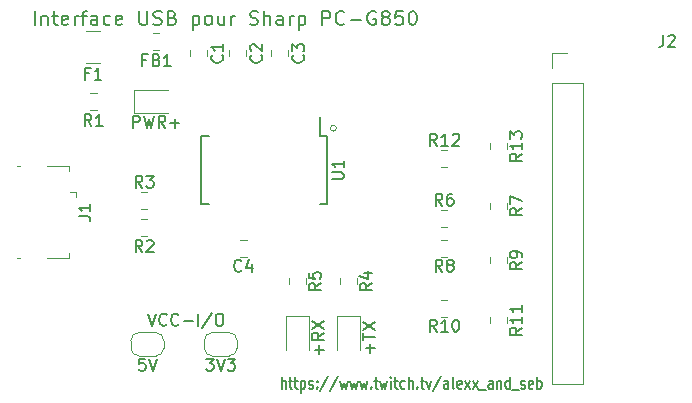
<source format=gbr>
%TF.GenerationSoftware,KiCad,Pcbnew,(5.1.6)-1*%
%TF.CreationDate,2020-05-21T20:48:38+03:00*%
%TF.ProjectId,Sharp G850-Interface,53686172-7020-4473-9835-302d496e7465,rev?*%
%TF.SameCoordinates,Original*%
%TF.FileFunction,Legend,Top*%
%TF.FilePolarity,Positive*%
%FSLAX46Y46*%
G04 Gerber Fmt 4.6, Leading zero omitted, Abs format (unit mm)*
G04 Created by KiCad (PCBNEW (5.1.6)-1) date 2020-05-21 20:48:38*
%MOMM*%
%LPD*%
G01*
G04 APERTURE LIST*
%ADD10C,0.150000*%
%ADD11C,0.200000*%
%ADD12C,0.120000*%
G04 APERTURE END LIST*
D10*
X188399523Y-120594380D02*
X188399523Y-119594380D01*
X188742380Y-120594380D02*
X188742380Y-120070571D01*
X188704285Y-119975333D01*
X188628095Y-119927714D01*
X188513809Y-119927714D01*
X188437619Y-119975333D01*
X188399523Y-120022952D01*
X189009047Y-119927714D02*
X189313809Y-119927714D01*
X189123333Y-119594380D02*
X189123333Y-120451523D01*
X189161428Y-120546761D01*
X189237619Y-120594380D01*
X189313809Y-120594380D01*
X189466190Y-119927714D02*
X189770952Y-119927714D01*
X189580476Y-119594380D02*
X189580476Y-120451523D01*
X189618571Y-120546761D01*
X189694761Y-120594380D01*
X189770952Y-120594380D01*
X190037619Y-119927714D02*
X190037619Y-120927714D01*
X190037619Y-119975333D02*
X190113809Y-119927714D01*
X190266190Y-119927714D01*
X190342380Y-119975333D01*
X190380476Y-120022952D01*
X190418571Y-120118190D01*
X190418571Y-120403904D01*
X190380476Y-120499142D01*
X190342380Y-120546761D01*
X190266190Y-120594380D01*
X190113809Y-120594380D01*
X190037619Y-120546761D01*
X190723333Y-120546761D02*
X190799523Y-120594380D01*
X190951904Y-120594380D01*
X191028095Y-120546761D01*
X191066190Y-120451523D01*
X191066190Y-120403904D01*
X191028095Y-120308666D01*
X190951904Y-120261047D01*
X190837619Y-120261047D01*
X190761428Y-120213428D01*
X190723333Y-120118190D01*
X190723333Y-120070571D01*
X190761428Y-119975333D01*
X190837619Y-119927714D01*
X190951904Y-119927714D01*
X191028095Y-119975333D01*
X191409047Y-120499142D02*
X191447142Y-120546761D01*
X191409047Y-120594380D01*
X191370952Y-120546761D01*
X191409047Y-120499142D01*
X191409047Y-120594380D01*
X191409047Y-119975333D02*
X191447142Y-120022952D01*
X191409047Y-120070571D01*
X191370952Y-120022952D01*
X191409047Y-119975333D01*
X191409047Y-120070571D01*
X192361428Y-119546761D02*
X191675714Y-120832476D01*
X193199523Y-119546761D02*
X192513809Y-120832476D01*
X193390000Y-119927714D02*
X193542380Y-120594380D01*
X193694761Y-120118190D01*
X193847142Y-120594380D01*
X193999523Y-119927714D01*
X194228095Y-119927714D02*
X194380476Y-120594380D01*
X194532857Y-120118190D01*
X194685238Y-120594380D01*
X194837619Y-119927714D01*
X195066190Y-119927714D02*
X195218571Y-120594380D01*
X195370952Y-120118190D01*
X195523333Y-120594380D01*
X195675714Y-119927714D01*
X195980476Y-120499142D02*
X196018571Y-120546761D01*
X195980476Y-120594380D01*
X195942380Y-120546761D01*
X195980476Y-120499142D01*
X195980476Y-120594380D01*
X196247142Y-119927714D02*
X196551904Y-119927714D01*
X196361428Y-119594380D02*
X196361428Y-120451523D01*
X196399523Y-120546761D01*
X196475714Y-120594380D01*
X196551904Y-120594380D01*
X196742380Y-119927714D02*
X196894761Y-120594380D01*
X197047142Y-120118190D01*
X197199523Y-120594380D01*
X197351904Y-119927714D01*
X197656666Y-120594380D02*
X197656666Y-119927714D01*
X197656666Y-119594380D02*
X197618571Y-119642000D01*
X197656666Y-119689619D01*
X197694761Y-119642000D01*
X197656666Y-119594380D01*
X197656666Y-119689619D01*
X197923333Y-119927714D02*
X198228095Y-119927714D01*
X198037619Y-119594380D02*
X198037619Y-120451523D01*
X198075714Y-120546761D01*
X198151904Y-120594380D01*
X198228095Y-120594380D01*
X198837619Y-120546761D02*
X198761428Y-120594380D01*
X198609047Y-120594380D01*
X198532857Y-120546761D01*
X198494761Y-120499142D01*
X198456666Y-120403904D01*
X198456666Y-120118190D01*
X198494761Y-120022952D01*
X198532857Y-119975333D01*
X198609047Y-119927714D01*
X198761428Y-119927714D01*
X198837619Y-119975333D01*
X199180476Y-120594380D02*
X199180476Y-119594380D01*
X199523333Y-120594380D02*
X199523333Y-120070571D01*
X199485238Y-119975333D01*
X199409047Y-119927714D01*
X199294761Y-119927714D01*
X199218571Y-119975333D01*
X199180476Y-120022952D01*
X199904285Y-120499142D02*
X199942380Y-120546761D01*
X199904285Y-120594380D01*
X199866190Y-120546761D01*
X199904285Y-120499142D01*
X199904285Y-120594380D01*
X200170952Y-119927714D02*
X200475714Y-119927714D01*
X200285238Y-119594380D02*
X200285238Y-120451523D01*
X200323333Y-120546761D01*
X200399523Y-120594380D01*
X200475714Y-120594380D01*
X200666190Y-119927714D02*
X200856666Y-120594380D01*
X201047142Y-119927714D01*
X201923333Y-119546761D02*
X201237619Y-120832476D01*
X202532857Y-120594380D02*
X202532857Y-120070571D01*
X202494761Y-119975333D01*
X202418571Y-119927714D01*
X202266190Y-119927714D01*
X202190000Y-119975333D01*
X202532857Y-120546761D02*
X202456666Y-120594380D01*
X202266190Y-120594380D01*
X202190000Y-120546761D01*
X202151904Y-120451523D01*
X202151904Y-120356285D01*
X202190000Y-120261047D01*
X202266190Y-120213428D01*
X202456666Y-120213428D01*
X202532857Y-120165809D01*
X203028095Y-120594380D02*
X202951904Y-120546761D01*
X202913809Y-120451523D01*
X202913809Y-119594380D01*
X203637619Y-120546761D02*
X203561428Y-120594380D01*
X203409047Y-120594380D01*
X203332857Y-120546761D01*
X203294761Y-120451523D01*
X203294761Y-120070571D01*
X203332857Y-119975333D01*
X203409047Y-119927714D01*
X203561428Y-119927714D01*
X203637619Y-119975333D01*
X203675714Y-120070571D01*
X203675714Y-120165809D01*
X203294761Y-120261047D01*
X203942380Y-120594380D02*
X204361428Y-119927714D01*
X203942380Y-119927714D02*
X204361428Y-120594380D01*
X204590000Y-120594380D02*
X205009047Y-119927714D01*
X204590000Y-119927714D02*
X205009047Y-120594380D01*
X205123333Y-120689619D02*
X205732857Y-120689619D01*
X206266190Y-120594380D02*
X206266190Y-120070571D01*
X206228095Y-119975333D01*
X206151904Y-119927714D01*
X205999523Y-119927714D01*
X205923333Y-119975333D01*
X206266190Y-120546761D02*
X206190000Y-120594380D01*
X205999523Y-120594380D01*
X205923333Y-120546761D01*
X205885238Y-120451523D01*
X205885238Y-120356285D01*
X205923333Y-120261047D01*
X205999523Y-120213428D01*
X206190000Y-120213428D01*
X206266190Y-120165809D01*
X206647142Y-119927714D02*
X206647142Y-120594380D01*
X206647142Y-120022952D02*
X206685238Y-119975333D01*
X206761428Y-119927714D01*
X206875714Y-119927714D01*
X206951904Y-119975333D01*
X206990000Y-120070571D01*
X206990000Y-120594380D01*
X207713809Y-120594380D02*
X207713809Y-119594380D01*
X207713809Y-120546761D02*
X207637619Y-120594380D01*
X207485238Y-120594380D01*
X207409047Y-120546761D01*
X207370952Y-120499142D01*
X207332857Y-120403904D01*
X207332857Y-120118190D01*
X207370952Y-120022952D01*
X207409047Y-119975333D01*
X207485238Y-119927714D01*
X207637619Y-119927714D01*
X207713809Y-119975333D01*
X207904285Y-120689619D02*
X208513809Y-120689619D01*
X208666190Y-120546761D02*
X208742380Y-120594380D01*
X208894761Y-120594380D01*
X208970952Y-120546761D01*
X209009047Y-120451523D01*
X209009047Y-120403904D01*
X208970952Y-120308666D01*
X208894761Y-120261047D01*
X208780476Y-120261047D01*
X208704285Y-120213428D01*
X208666190Y-120118190D01*
X208666190Y-120070571D01*
X208704285Y-119975333D01*
X208780476Y-119927714D01*
X208894761Y-119927714D01*
X208970952Y-119975333D01*
X209656666Y-120546761D02*
X209580476Y-120594380D01*
X209428095Y-120594380D01*
X209351904Y-120546761D01*
X209313809Y-120451523D01*
X209313809Y-120070571D01*
X209351904Y-119975333D01*
X209428095Y-119927714D01*
X209580476Y-119927714D01*
X209656666Y-119975333D01*
X209694761Y-120070571D01*
X209694761Y-120165809D01*
X209313809Y-120261047D01*
X210037619Y-120594380D02*
X210037619Y-119594380D01*
X210037619Y-119975333D02*
X210113809Y-119927714D01*
X210266190Y-119927714D01*
X210342380Y-119975333D01*
X210380476Y-120022952D01*
X210418571Y-120118190D01*
X210418571Y-120403904D01*
X210380476Y-120499142D01*
X210342380Y-120546761D01*
X210266190Y-120594380D01*
X210113809Y-120594380D01*
X210037619Y-120546761D01*
D11*
X167499142Y-89823857D02*
X167499142Y-88623857D01*
X168070571Y-89023857D02*
X168070571Y-89823857D01*
X168070571Y-89138142D02*
X168127714Y-89081000D01*
X168242000Y-89023857D01*
X168413428Y-89023857D01*
X168527714Y-89081000D01*
X168584857Y-89195285D01*
X168584857Y-89823857D01*
X168984857Y-89023857D02*
X169442000Y-89023857D01*
X169156285Y-88623857D02*
X169156285Y-89652428D01*
X169213428Y-89766714D01*
X169327714Y-89823857D01*
X169442000Y-89823857D01*
X170299142Y-89766714D02*
X170184857Y-89823857D01*
X169956285Y-89823857D01*
X169842000Y-89766714D01*
X169784857Y-89652428D01*
X169784857Y-89195285D01*
X169842000Y-89081000D01*
X169956285Y-89023857D01*
X170184857Y-89023857D01*
X170299142Y-89081000D01*
X170356285Y-89195285D01*
X170356285Y-89309571D01*
X169784857Y-89423857D01*
X170870571Y-89823857D02*
X170870571Y-89023857D01*
X170870571Y-89252428D02*
X170927714Y-89138142D01*
X170984857Y-89081000D01*
X171099142Y-89023857D01*
X171213428Y-89023857D01*
X171442000Y-89023857D02*
X171899142Y-89023857D01*
X171613428Y-89823857D02*
X171613428Y-88795285D01*
X171670571Y-88681000D01*
X171784857Y-88623857D01*
X171899142Y-88623857D01*
X172813428Y-89823857D02*
X172813428Y-89195285D01*
X172756285Y-89081000D01*
X172642000Y-89023857D01*
X172413428Y-89023857D01*
X172299142Y-89081000D01*
X172813428Y-89766714D02*
X172699142Y-89823857D01*
X172413428Y-89823857D01*
X172299142Y-89766714D01*
X172242000Y-89652428D01*
X172242000Y-89538142D01*
X172299142Y-89423857D01*
X172413428Y-89366714D01*
X172699142Y-89366714D01*
X172813428Y-89309571D01*
X173899142Y-89766714D02*
X173784857Y-89823857D01*
X173556285Y-89823857D01*
X173442000Y-89766714D01*
X173384857Y-89709571D01*
X173327714Y-89595285D01*
X173327714Y-89252428D01*
X173384857Y-89138142D01*
X173442000Y-89081000D01*
X173556285Y-89023857D01*
X173784857Y-89023857D01*
X173899142Y-89081000D01*
X174870571Y-89766714D02*
X174756285Y-89823857D01*
X174527714Y-89823857D01*
X174413428Y-89766714D01*
X174356285Y-89652428D01*
X174356285Y-89195285D01*
X174413428Y-89081000D01*
X174527714Y-89023857D01*
X174756285Y-89023857D01*
X174870571Y-89081000D01*
X174927714Y-89195285D01*
X174927714Y-89309571D01*
X174356285Y-89423857D01*
X176356285Y-88623857D02*
X176356285Y-89595285D01*
X176413428Y-89709571D01*
X176470571Y-89766714D01*
X176584857Y-89823857D01*
X176813428Y-89823857D01*
X176927714Y-89766714D01*
X176984857Y-89709571D01*
X177042000Y-89595285D01*
X177042000Y-88623857D01*
X177556285Y-89766714D02*
X177727714Y-89823857D01*
X178013428Y-89823857D01*
X178127714Y-89766714D01*
X178184857Y-89709571D01*
X178242000Y-89595285D01*
X178242000Y-89481000D01*
X178184857Y-89366714D01*
X178127714Y-89309571D01*
X178013428Y-89252428D01*
X177784857Y-89195285D01*
X177670571Y-89138142D01*
X177613428Y-89081000D01*
X177556285Y-88966714D01*
X177556285Y-88852428D01*
X177613428Y-88738142D01*
X177670571Y-88681000D01*
X177784857Y-88623857D01*
X178070571Y-88623857D01*
X178242000Y-88681000D01*
X179156285Y-89195285D02*
X179327714Y-89252428D01*
X179384857Y-89309571D01*
X179442000Y-89423857D01*
X179442000Y-89595285D01*
X179384857Y-89709571D01*
X179327714Y-89766714D01*
X179213428Y-89823857D01*
X178756285Y-89823857D01*
X178756285Y-88623857D01*
X179156285Y-88623857D01*
X179270571Y-88681000D01*
X179327714Y-88738142D01*
X179384857Y-88852428D01*
X179384857Y-88966714D01*
X179327714Y-89081000D01*
X179270571Y-89138142D01*
X179156285Y-89195285D01*
X178756285Y-89195285D01*
X180870571Y-89023857D02*
X180870571Y-90223857D01*
X180870571Y-89081000D02*
X180984857Y-89023857D01*
X181213428Y-89023857D01*
X181327714Y-89081000D01*
X181384857Y-89138142D01*
X181442000Y-89252428D01*
X181442000Y-89595285D01*
X181384857Y-89709571D01*
X181327714Y-89766714D01*
X181213428Y-89823857D01*
X180984857Y-89823857D01*
X180870571Y-89766714D01*
X182127714Y-89823857D02*
X182013428Y-89766714D01*
X181956285Y-89709571D01*
X181899142Y-89595285D01*
X181899142Y-89252428D01*
X181956285Y-89138142D01*
X182013428Y-89081000D01*
X182127714Y-89023857D01*
X182299142Y-89023857D01*
X182413428Y-89081000D01*
X182470571Y-89138142D01*
X182527714Y-89252428D01*
X182527714Y-89595285D01*
X182470571Y-89709571D01*
X182413428Y-89766714D01*
X182299142Y-89823857D01*
X182127714Y-89823857D01*
X183556285Y-89023857D02*
X183556285Y-89823857D01*
X183042000Y-89023857D02*
X183042000Y-89652428D01*
X183099142Y-89766714D01*
X183213428Y-89823857D01*
X183384857Y-89823857D01*
X183499142Y-89766714D01*
X183556285Y-89709571D01*
X184127714Y-89823857D02*
X184127714Y-89023857D01*
X184127714Y-89252428D02*
X184184857Y-89138142D01*
X184242000Y-89081000D01*
X184356285Y-89023857D01*
X184470571Y-89023857D01*
X185727714Y-89766714D02*
X185899142Y-89823857D01*
X186184857Y-89823857D01*
X186299142Y-89766714D01*
X186356285Y-89709571D01*
X186413428Y-89595285D01*
X186413428Y-89481000D01*
X186356285Y-89366714D01*
X186299142Y-89309571D01*
X186184857Y-89252428D01*
X185956285Y-89195285D01*
X185842000Y-89138142D01*
X185784857Y-89081000D01*
X185727714Y-88966714D01*
X185727714Y-88852428D01*
X185784857Y-88738142D01*
X185842000Y-88681000D01*
X185956285Y-88623857D01*
X186242000Y-88623857D01*
X186413428Y-88681000D01*
X186927714Y-89823857D02*
X186927714Y-88623857D01*
X187442000Y-89823857D02*
X187442000Y-89195285D01*
X187384857Y-89081000D01*
X187270571Y-89023857D01*
X187099142Y-89023857D01*
X186984857Y-89081000D01*
X186927714Y-89138142D01*
X188527714Y-89823857D02*
X188527714Y-89195285D01*
X188470571Y-89081000D01*
X188356285Y-89023857D01*
X188127714Y-89023857D01*
X188013428Y-89081000D01*
X188527714Y-89766714D02*
X188413428Y-89823857D01*
X188127714Y-89823857D01*
X188013428Y-89766714D01*
X187956285Y-89652428D01*
X187956285Y-89538142D01*
X188013428Y-89423857D01*
X188127714Y-89366714D01*
X188413428Y-89366714D01*
X188527714Y-89309571D01*
X189099142Y-89823857D02*
X189099142Y-89023857D01*
X189099142Y-89252428D02*
X189156285Y-89138142D01*
X189213428Y-89081000D01*
X189327714Y-89023857D01*
X189442000Y-89023857D01*
X189842000Y-89023857D02*
X189842000Y-90223857D01*
X189842000Y-89081000D02*
X189956285Y-89023857D01*
X190184857Y-89023857D01*
X190299142Y-89081000D01*
X190356285Y-89138142D01*
X190413428Y-89252428D01*
X190413428Y-89595285D01*
X190356285Y-89709571D01*
X190299142Y-89766714D01*
X190184857Y-89823857D01*
X189956285Y-89823857D01*
X189842000Y-89766714D01*
X191842000Y-89823857D02*
X191842000Y-88623857D01*
X192299142Y-88623857D01*
X192413428Y-88681000D01*
X192470571Y-88738142D01*
X192527714Y-88852428D01*
X192527714Y-89023857D01*
X192470571Y-89138142D01*
X192413428Y-89195285D01*
X192299142Y-89252428D01*
X191842000Y-89252428D01*
X193727714Y-89709571D02*
X193670571Y-89766714D01*
X193499142Y-89823857D01*
X193384857Y-89823857D01*
X193213428Y-89766714D01*
X193099142Y-89652428D01*
X193042000Y-89538142D01*
X192984857Y-89309571D01*
X192984857Y-89138142D01*
X193042000Y-88909571D01*
X193099142Y-88795285D01*
X193213428Y-88681000D01*
X193384857Y-88623857D01*
X193499142Y-88623857D01*
X193670571Y-88681000D01*
X193727714Y-88738142D01*
X194242000Y-89366714D02*
X195156285Y-89366714D01*
X196356285Y-88681000D02*
X196242000Y-88623857D01*
X196070571Y-88623857D01*
X195899142Y-88681000D01*
X195784857Y-88795285D01*
X195727714Y-88909571D01*
X195670571Y-89138142D01*
X195670571Y-89309571D01*
X195727714Y-89538142D01*
X195784857Y-89652428D01*
X195899142Y-89766714D01*
X196070571Y-89823857D01*
X196184857Y-89823857D01*
X196356285Y-89766714D01*
X196413428Y-89709571D01*
X196413428Y-89309571D01*
X196184857Y-89309571D01*
X197099142Y-89138142D02*
X196984857Y-89081000D01*
X196927714Y-89023857D01*
X196870571Y-88909571D01*
X196870571Y-88852428D01*
X196927714Y-88738142D01*
X196984857Y-88681000D01*
X197099142Y-88623857D01*
X197327714Y-88623857D01*
X197442000Y-88681000D01*
X197499142Y-88738142D01*
X197556285Y-88852428D01*
X197556285Y-88909571D01*
X197499142Y-89023857D01*
X197442000Y-89081000D01*
X197327714Y-89138142D01*
X197099142Y-89138142D01*
X196984857Y-89195285D01*
X196927714Y-89252428D01*
X196870571Y-89366714D01*
X196870571Y-89595285D01*
X196927714Y-89709571D01*
X196984857Y-89766714D01*
X197099142Y-89823857D01*
X197327714Y-89823857D01*
X197442000Y-89766714D01*
X197499142Y-89709571D01*
X197556285Y-89595285D01*
X197556285Y-89366714D01*
X197499142Y-89252428D01*
X197442000Y-89195285D01*
X197327714Y-89138142D01*
X198642000Y-88623857D02*
X198070571Y-88623857D01*
X198013428Y-89195285D01*
X198070571Y-89138142D01*
X198184857Y-89081000D01*
X198470571Y-89081000D01*
X198584857Y-89138142D01*
X198642000Y-89195285D01*
X198699142Y-89309571D01*
X198699142Y-89595285D01*
X198642000Y-89709571D01*
X198584857Y-89766714D01*
X198470571Y-89823857D01*
X198184857Y-89823857D01*
X198070571Y-89766714D01*
X198013428Y-89709571D01*
X199442000Y-88623857D02*
X199556285Y-88623857D01*
X199670571Y-88681000D01*
X199727714Y-88738142D01*
X199784857Y-88852428D01*
X199842000Y-89081000D01*
X199842000Y-89366714D01*
X199784857Y-89595285D01*
X199727714Y-89709571D01*
X199670571Y-89766714D01*
X199556285Y-89823857D01*
X199442000Y-89823857D01*
X199327714Y-89766714D01*
X199270571Y-89709571D01*
X199213428Y-89595285D01*
X199156285Y-89366714D01*
X199156285Y-89081000D01*
X199213428Y-88852428D01*
X199270571Y-88738142D01*
X199327714Y-88681000D01*
X199442000Y-88623857D01*
D10*
X182022904Y-118070380D02*
X182641952Y-118070380D01*
X182308619Y-118451333D01*
X182451476Y-118451333D01*
X182546714Y-118498952D01*
X182594333Y-118546571D01*
X182641952Y-118641809D01*
X182641952Y-118879904D01*
X182594333Y-118975142D01*
X182546714Y-119022761D01*
X182451476Y-119070380D01*
X182165761Y-119070380D01*
X182070523Y-119022761D01*
X182022904Y-118975142D01*
X182927666Y-118070380D02*
X183261000Y-119070380D01*
X183594333Y-118070380D01*
X183832428Y-118070380D02*
X184451476Y-118070380D01*
X184118142Y-118451333D01*
X184261000Y-118451333D01*
X184356238Y-118498952D01*
X184403857Y-118546571D01*
X184451476Y-118641809D01*
X184451476Y-118879904D01*
X184403857Y-118975142D01*
X184356238Y-119022761D01*
X184261000Y-119070380D01*
X183975285Y-119070380D01*
X183880047Y-119022761D01*
X183832428Y-118975142D01*
X176847523Y-118070380D02*
X176371333Y-118070380D01*
X176323714Y-118546571D01*
X176371333Y-118498952D01*
X176466571Y-118451333D01*
X176704666Y-118451333D01*
X176799904Y-118498952D01*
X176847523Y-118546571D01*
X176895142Y-118641809D01*
X176895142Y-118879904D01*
X176847523Y-118975142D01*
X176799904Y-119022761D01*
X176704666Y-119070380D01*
X176466571Y-119070380D01*
X176371333Y-119022761D01*
X176323714Y-118975142D01*
X177180857Y-118070380D02*
X177514190Y-119070380D01*
X177847523Y-118070380D01*
D11*
X177101904Y-114260380D02*
X177435238Y-115260380D01*
X177768571Y-114260380D01*
X178673333Y-115165142D02*
X178625714Y-115212761D01*
X178482857Y-115260380D01*
X178387619Y-115260380D01*
X178244761Y-115212761D01*
X178149523Y-115117523D01*
X178101904Y-115022285D01*
X178054285Y-114831809D01*
X178054285Y-114688952D01*
X178101904Y-114498476D01*
X178149523Y-114403238D01*
X178244761Y-114308000D01*
X178387619Y-114260380D01*
X178482857Y-114260380D01*
X178625714Y-114308000D01*
X178673333Y-114355619D01*
X179673333Y-115165142D02*
X179625714Y-115212761D01*
X179482857Y-115260380D01*
X179387619Y-115260380D01*
X179244761Y-115212761D01*
X179149523Y-115117523D01*
X179101904Y-115022285D01*
X179054285Y-114831809D01*
X179054285Y-114688952D01*
X179101904Y-114498476D01*
X179149523Y-114403238D01*
X179244761Y-114308000D01*
X179387619Y-114260380D01*
X179482857Y-114260380D01*
X179625714Y-114308000D01*
X179673333Y-114355619D01*
X180101904Y-114879428D02*
X180863809Y-114879428D01*
X181340000Y-115260380D02*
X181340000Y-114260380D01*
X182530476Y-114212761D02*
X181673333Y-115498476D01*
X183054285Y-114260380D02*
X183244761Y-114260380D01*
X183340000Y-114308000D01*
X183435238Y-114403238D01*
X183482857Y-114593714D01*
X183482857Y-114927047D01*
X183435238Y-115117523D01*
X183340000Y-115212761D01*
X183244761Y-115260380D01*
X183054285Y-115260380D01*
X182959047Y-115212761D01*
X182863809Y-115117523D01*
X182816190Y-114927047D01*
X182816190Y-114593714D01*
X182863809Y-114403238D01*
X182959047Y-114308000D01*
X183054285Y-114260380D01*
D10*
X195905428Y-117570095D02*
X195905428Y-116808190D01*
X196286380Y-117189142D02*
X195524476Y-117189142D01*
X195286380Y-116474857D02*
X195286380Y-115903428D01*
X196286380Y-116189142D02*
X195286380Y-116189142D01*
X195286380Y-115665333D02*
X196286380Y-114998666D01*
X195286380Y-114998666D02*
X196286380Y-115665333D01*
X191587428Y-117689142D02*
X191587428Y-116927238D01*
X191968380Y-117308190D02*
X191206476Y-117308190D01*
X191968380Y-115879619D02*
X191492190Y-116212952D01*
X191968380Y-116451047D02*
X190968380Y-116451047D01*
X190968380Y-116070095D01*
X191016000Y-115974857D01*
X191063619Y-115927238D01*
X191158857Y-115879619D01*
X191301714Y-115879619D01*
X191396952Y-115927238D01*
X191444571Y-115974857D01*
X191492190Y-116070095D01*
X191492190Y-116451047D01*
X190968380Y-115546285D02*
X191968380Y-114879619D01*
X190968380Y-114879619D02*
X191968380Y-115546285D01*
X175847619Y-98496380D02*
X175847619Y-97496380D01*
X176228571Y-97496380D01*
X176323809Y-97544000D01*
X176371428Y-97591619D01*
X176419047Y-97686857D01*
X176419047Y-97829714D01*
X176371428Y-97924952D01*
X176323809Y-97972571D01*
X176228571Y-98020190D01*
X175847619Y-98020190D01*
X176752380Y-97496380D02*
X176990476Y-98496380D01*
X177180952Y-97782095D01*
X177371428Y-98496380D01*
X177609523Y-97496380D01*
X178561904Y-98496380D02*
X178228571Y-98020190D01*
X177990476Y-98496380D02*
X177990476Y-97496380D01*
X178371428Y-97496380D01*
X178466666Y-97544000D01*
X178514285Y-97591619D01*
X178561904Y-97686857D01*
X178561904Y-97829714D01*
X178514285Y-97924952D01*
X178466666Y-97972571D01*
X178371428Y-98020190D01*
X177990476Y-98020190D01*
X178990476Y-98115428D02*
X179752380Y-98115428D01*
X179371428Y-98496380D02*
X179371428Y-97734476D01*
D12*
X193040000Y-98552000D02*
G75*
G03*
X193040000Y-98552000I-254000J0D01*
G01*
D10*
%TO.C,U1*%
X191694000Y-99233000D02*
X191694000Y-97633000D01*
X181619000Y-99233000D02*
X181619000Y-104983000D01*
X192269000Y-99233000D02*
X192269000Y-104983000D01*
X181619000Y-99233000D02*
X182269000Y-99233000D01*
X181619000Y-104983000D02*
X182269000Y-104983000D01*
X192269000Y-104983000D02*
X191619000Y-104983000D01*
X192269000Y-99233000D02*
X191694000Y-99233000D01*
D12*
%TO.C,R13*%
X207466000Y-100328252D02*
X207466000Y-99805748D01*
X206046000Y-100328252D02*
X206046000Y-99805748D01*
%TO.C,R12*%
X202436252Y-100382000D02*
X201913748Y-100382000D01*
X202436252Y-101802000D02*
X201913748Y-101802000D01*
%TO.C,R11*%
X206046000Y-114555748D02*
X206046000Y-115078252D01*
X207466000Y-114555748D02*
X207466000Y-115078252D01*
%TO.C,R10*%
X202436252Y-113082000D02*
X201913748Y-113082000D01*
X202436252Y-114502000D02*
X201913748Y-114502000D01*
%TO.C,R9*%
X206046000Y-109475748D02*
X206046000Y-109998252D01*
X207466000Y-109475748D02*
X207466000Y-109998252D01*
%TO.C,R8*%
X202436252Y-108002000D02*
X201913748Y-108002000D01*
X202436252Y-109422000D02*
X201913748Y-109422000D01*
%TO.C,R7*%
X207466000Y-105408252D02*
X207466000Y-104885748D01*
X206046000Y-105408252D02*
X206046000Y-104885748D01*
%TO.C,R6*%
X202436252Y-105462000D02*
X201913748Y-105462000D01*
X202436252Y-106882000D02*
X201913748Y-106882000D01*
%TO.C,R5*%
X190448000Y-111776252D02*
X190448000Y-111253748D01*
X189028000Y-111776252D02*
X189028000Y-111253748D01*
%TO.C,R4*%
X194766000Y-111767252D02*
X194766000Y-111244748D01*
X193346000Y-111767252D02*
X193346000Y-111244748D01*
%TO.C,R3*%
X177045252Y-103938000D02*
X176522748Y-103938000D01*
X177045252Y-105358000D02*
X176522748Y-105358000D01*
%TO.C,R2*%
X177036252Y-106224000D02*
X176513748Y-106224000D01*
X177036252Y-107644000D02*
X176513748Y-107644000D01*
%TO.C,R1*%
X172736252Y-95556000D02*
X172213748Y-95556000D01*
X172736252Y-96976000D02*
X172213748Y-96976000D01*
%TO.C,JP2*%
X177738000Y-117840000D02*
X176338000Y-117840000D01*
X175638000Y-117140000D02*
X175638000Y-116540000D01*
X176338000Y-115840000D02*
X177738000Y-115840000D01*
X178438000Y-116540000D02*
X178438000Y-117140000D01*
X178438000Y-117140000D02*
G75*
G02*
X177738000Y-117840000I-700000J0D01*
G01*
X177738000Y-115840000D02*
G75*
G02*
X178438000Y-116540000I0J-700000D01*
G01*
X175638000Y-116540000D02*
G75*
G02*
X176338000Y-115840000I700000J0D01*
G01*
X176338000Y-117840000D02*
G75*
G02*
X175638000Y-117140000I0J700000D01*
G01*
%TO.C,JP1*%
X183946000Y-117840000D02*
X182546000Y-117840000D01*
X181846000Y-117140000D02*
X181846000Y-116540000D01*
X182546000Y-115840000D02*
X183946000Y-115840000D01*
X184646000Y-116540000D02*
X184646000Y-117140000D01*
X184646000Y-117140000D02*
G75*
G02*
X183946000Y-117840000I-700000J0D01*
G01*
X183946000Y-115840000D02*
G75*
G02*
X184646000Y-116540000I0J-700000D01*
G01*
X181846000Y-116540000D02*
G75*
G02*
X182546000Y-115840000I700000J0D01*
G01*
X182546000Y-117840000D02*
G75*
G02*
X181846000Y-117140000I0J700000D01*
G01*
%TO.C,J3*%
X211268000Y-92142000D02*
X212598000Y-92142000D01*
X211268000Y-93472000D02*
X211268000Y-92142000D01*
X211268000Y-94742000D02*
X213928000Y-94742000D01*
X213928000Y-94742000D02*
X213928000Y-120202000D01*
X211268000Y-94742000D02*
X211268000Y-120202000D01*
X211268000Y-120202000D02*
X213928000Y-120202000D01*
%TO.C,J1*%
X170968500Y-103964000D02*
X170518500Y-103964000D01*
X170968500Y-103964000D02*
X170968500Y-104414000D01*
X170418500Y-109564000D02*
X170418500Y-109114000D01*
X168568500Y-109564000D02*
X170418500Y-109564000D01*
X166018500Y-101764000D02*
X166268500Y-101764000D01*
X166018500Y-109564000D02*
X166268500Y-109564000D01*
X168568500Y-101764000D02*
X170418500Y-101764000D01*
X170418500Y-101764000D02*
X170418500Y-102214000D01*
%TO.C,FB1*%
X178052252Y-90476000D02*
X177529748Y-90476000D01*
X178052252Y-91896000D02*
X177529748Y-91896000D01*
%TO.C,F1*%
X173031564Y-90334000D02*
X171827436Y-90334000D01*
X173031564Y-93054000D02*
X171827436Y-93054000D01*
%TO.C,D3*%
X188778000Y-114463000D02*
X188778000Y-117323000D01*
X190698000Y-114463000D02*
X188778000Y-114463000D01*
X190698000Y-117323000D02*
X190698000Y-114463000D01*
%TO.C,D2*%
X193096000Y-114481000D02*
X193096000Y-117341000D01*
X195016000Y-114481000D02*
X193096000Y-114481000D01*
X195016000Y-117341000D02*
X195016000Y-114481000D01*
%TO.C,D1*%
X175949000Y-97226000D02*
X178809000Y-97226000D01*
X175949000Y-95306000D02*
X175949000Y-97226000D01*
X178809000Y-95306000D02*
X175949000Y-95306000D01*
%TO.C,C4*%
X184913748Y-109422000D02*
X185436252Y-109422000D01*
X184913748Y-108002000D02*
X185436252Y-108002000D01*
%TO.C,C3*%
X187504000Y-91940748D02*
X187504000Y-92463252D01*
X188924000Y-91940748D02*
X188924000Y-92463252D01*
%TO.C,C2*%
X183948000Y-91940748D02*
X183948000Y-92463252D01*
X185368000Y-91940748D02*
X185368000Y-92463252D01*
%TO.C,C1*%
X180646000Y-91940748D02*
X180646000Y-92463252D01*
X182066000Y-91940748D02*
X182066000Y-92463252D01*
%TO.C,J2*%
D10*
X220713666Y-90654380D02*
X220713666Y-91368666D01*
X220666047Y-91511523D01*
X220570809Y-91606761D01*
X220427952Y-91654380D01*
X220332714Y-91654380D01*
X221142238Y-90749619D02*
X221189857Y-90702000D01*
X221285095Y-90654380D01*
X221523190Y-90654380D01*
X221618428Y-90702000D01*
X221666047Y-90749619D01*
X221713666Y-90844857D01*
X221713666Y-90940095D01*
X221666047Y-91082952D01*
X221094619Y-91654380D01*
X221713666Y-91654380D01*
%TO.C,U1*%
X192646380Y-102869904D02*
X193455904Y-102869904D01*
X193551142Y-102822285D01*
X193598761Y-102774666D01*
X193646380Y-102679428D01*
X193646380Y-102488952D01*
X193598761Y-102393714D01*
X193551142Y-102346095D01*
X193455904Y-102298476D01*
X192646380Y-102298476D01*
X193646380Y-101298476D02*
X193646380Y-101869904D01*
X193646380Y-101584190D02*
X192646380Y-101584190D01*
X192789238Y-101679428D01*
X192884476Y-101774666D01*
X192932095Y-101869904D01*
%TO.C,R13*%
X208732380Y-100718857D02*
X208256190Y-101052190D01*
X208732380Y-101290285D02*
X207732380Y-101290285D01*
X207732380Y-100909333D01*
X207780000Y-100814095D01*
X207827619Y-100766476D01*
X207922857Y-100718857D01*
X208065714Y-100718857D01*
X208160952Y-100766476D01*
X208208571Y-100814095D01*
X208256190Y-100909333D01*
X208256190Y-101290285D01*
X208732380Y-99766476D02*
X208732380Y-100337904D01*
X208732380Y-100052190D02*
X207732380Y-100052190D01*
X207875238Y-100147428D01*
X207970476Y-100242666D01*
X208018095Y-100337904D01*
X207732380Y-99433142D02*
X207732380Y-98814095D01*
X208113333Y-99147428D01*
X208113333Y-99004571D01*
X208160952Y-98909333D01*
X208208571Y-98861714D01*
X208303809Y-98814095D01*
X208541904Y-98814095D01*
X208637142Y-98861714D01*
X208684761Y-98909333D01*
X208732380Y-99004571D01*
X208732380Y-99290285D01*
X208684761Y-99385523D01*
X208637142Y-99433142D01*
%TO.C,R12*%
X201541142Y-100020380D02*
X201207809Y-99544190D01*
X200969714Y-100020380D02*
X200969714Y-99020380D01*
X201350666Y-99020380D01*
X201445904Y-99068000D01*
X201493523Y-99115619D01*
X201541142Y-99210857D01*
X201541142Y-99353714D01*
X201493523Y-99448952D01*
X201445904Y-99496571D01*
X201350666Y-99544190D01*
X200969714Y-99544190D01*
X202493523Y-100020380D02*
X201922095Y-100020380D01*
X202207809Y-100020380D02*
X202207809Y-99020380D01*
X202112571Y-99163238D01*
X202017333Y-99258476D01*
X201922095Y-99306095D01*
X202874476Y-99115619D02*
X202922095Y-99068000D01*
X203017333Y-99020380D01*
X203255428Y-99020380D01*
X203350666Y-99068000D01*
X203398285Y-99115619D01*
X203445904Y-99210857D01*
X203445904Y-99306095D01*
X203398285Y-99448952D01*
X202826857Y-100020380D01*
X203445904Y-100020380D01*
%TO.C,R11*%
X208732380Y-115450857D02*
X208256190Y-115784190D01*
X208732380Y-116022285D02*
X207732380Y-116022285D01*
X207732380Y-115641333D01*
X207780000Y-115546095D01*
X207827619Y-115498476D01*
X207922857Y-115450857D01*
X208065714Y-115450857D01*
X208160952Y-115498476D01*
X208208571Y-115546095D01*
X208256190Y-115641333D01*
X208256190Y-116022285D01*
X208732380Y-114498476D02*
X208732380Y-115069904D01*
X208732380Y-114784190D02*
X207732380Y-114784190D01*
X207875238Y-114879428D01*
X207970476Y-114974666D01*
X208018095Y-115069904D01*
X208732380Y-113546095D02*
X208732380Y-114117523D01*
X208732380Y-113831809D02*
X207732380Y-113831809D01*
X207875238Y-113927047D01*
X207970476Y-114022285D01*
X208018095Y-114117523D01*
%TO.C,R10*%
X201532142Y-115768380D02*
X201198809Y-115292190D01*
X200960714Y-115768380D02*
X200960714Y-114768380D01*
X201341666Y-114768380D01*
X201436904Y-114816000D01*
X201484523Y-114863619D01*
X201532142Y-114958857D01*
X201532142Y-115101714D01*
X201484523Y-115196952D01*
X201436904Y-115244571D01*
X201341666Y-115292190D01*
X200960714Y-115292190D01*
X202484523Y-115768380D02*
X201913095Y-115768380D01*
X202198809Y-115768380D02*
X202198809Y-114768380D01*
X202103571Y-114911238D01*
X202008333Y-115006476D01*
X201913095Y-115054095D01*
X203103571Y-114768380D02*
X203198809Y-114768380D01*
X203294047Y-114816000D01*
X203341666Y-114863619D01*
X203389285Y-114958857D01*
X203436904Y-115149333D01*
X203436904Y-115387428D01*
X203389285Y-115577904D01*
X203341666Y-115673142D01*
X203294047Y-115720761D01*
X203198809Y-115768380D01*
X203103571Y-115768380D01*
X203008333Y-115720761D01*
X202960714Y-115673142D01*
X202913095Y-115577904D01*
X202865476Y-115387428D01*
X202865476Y-115149333D01*
X202913095Y-114958857D01*
X202960714Y-114863619D01*
X203008333Y-114816000D01*
X203103571Y-114768380D01*
%TO.C,R9*%
X208732380Y-109894666D02*
X208256190Y-110228000D01*
X208732380Y-110466095D02*
X207732380Y-110466095D01*
X207732380Y-110085142D01*
X207780000Y-109989904D01*
X207827619Y-109942285D01*
X207922857Y-109894666D01*
X208065714Y-109894666D01*
X208160952Y-109942285D01*
X208208571Y-109989904D01*
X208256190Y-110085142D01*
X208256190Y-110466095D01*
X208732380Y-109418476D02*
X208732380Y-109228000D01*
X208684761Y-109132761D01*
X208637142Y-109085142D01*
X208494285Y-108989904D01*
X208303809Y-108942285D01*
X207922857Y-108942285D01*
X207827619Y-108989904D01*
X207780000Y-109037523D01*
X207732380Y-109132761D01*
X207732380Y-109323238D01*
X207780000Y-109418476D01*
X207827619Y-109466095D01*
X207922857Y-109513714D01*
X208160952Y-109513714D01*
X208256190Y-109466095D01*
X208303809Y-109418476D01*
X208351428Y-109323238D01*
X208351428Y-109132761D01*
X208303809Y-109037523D01*
X208256190Y-108989904D01*
X208160952Y-108942285D01*
%TO.C,R8*%
X202008333Y-110688380D02*
X201675000Y-110212190D01*
X201436904Y-110688380D02*
X201436904Y-109688380D01*
X201817857Y-109688380D01*
X201913095Y-109736000D01*
X201960714Y-109783619D01*
X202008333Y-109878857D01*
X202008333Y-110021714D01*
X201960714Y-110116952D01*
X201913095Y-110164571D01*
X201817857Y-110212190D01*
X201436904Y-110212190D01*
X202579761Y-110116952D02*
X202484523Y-110069333D01*
X202436904Y-110021714D01*
X202389285Y-109926476D01*
X202389285Y-109878857D01*
X202436904Y-109783619D01*
X202484523Y-109736000D01*
X202579761Y-109688380D01*
X202770238Y-109688380D01*
X202865476Y-109736000D01*
X202913095Y-109783619D01*
X202960714Y-109878857D01*
X202960714Y-109926476D01*
X202913095Y-110021714D01*
X202865476Y-110069333D01*
X202770238Y-110116952D01*
X202579761Y-110116952D01*
X202484523Y-110164571D01*
X202436904Y-110212190D01*
X202389285Y-110307428D01*
X202389285Y-110497904D01*
X202436904Y-110593142D01*
X202484523Y-110640761D01*
X202579761Y-110688380D01*
X202770238Y-110688380D01*
X202865476Y-110640761D01*
X202913095Y-110593142D01*
X202960714Y-110497904D01*
X202960714Y-110307428D01*
X202913095Y-110212190D01*
X202865476Y-110164571D01*
X202770238Y-110116952D01*
%TO.C,R7*%
X208732380Y-105322666D02*
X208256190Y-105656000D01*
X208732380Y-105894095D02*
X207732380Y-105894095D01*
X207732380Y-105513142D01*
X207780000Y-105417904D01*
X207827619Y-105370285D01*
X207922857Y-105322666D01*
X208065714Y-105322666D01*
X208160952Y-105370285D01*
X208208571Y-105417904D01*
X208256190Y-105513142D01*
X208256190Y-105894095D01*
X207732380Y-104989333D02*
X207732380Y-104322666D01*
X208732380Y-104751238D01*
%TO.C,R6*%
X202008333Y-105100380D02*
X201675000Y-104624190D01*
X201436904Y-105100380D02*
X201436904Y-104100380D01*
X201817857Y-104100380D01*
X201913095Y-104148000D01*
X201960714Y-104195619D01*
X202008333Y-104290857D01*
X202008333Y-104433714D01*
X201960714Y-104528952D01*
X201913095Y-104576571D01*
X201817857Y-104624190D01*
X201436904Y-104624190D01*
X202865476Y-104100380D02*
X202675000Y-104100380D01*
X202579761Y-104148000D01*
X202532142Y-104195619D01*
X202436904Y-104338476D01*
X202389285Y-104528952D01*
X202389285Y-104909904D01*
X202436904Y-105005142D01*
X202484523Y-105052761D01*
X202579761Y-105100380D01*
X202770238Y-105100380D01*
X202865476Y-105052761D01*
X202913095Y-105005142D01*
X202960714Y-104909904D01*
X202960714Y-104671809D01*
X202913095Y-104576571D01*
X202865476Y-104528952D01*
X202770238Y-104481333D01*
X202579761Y-104481333D01*
X202484523Y-104528952D01*
X202436904Y-104576571D01*
X202389285Y-104671809D01*
%TO.C,R5*%
X191714380Y-111681666D02*
X191238190Y-112015000D01*
X191714380Y-112253095D02*
X190714380Y-112253095D01*
X190714380Y-111872142D01*
X190762000Y-111776904D01*
X190809619Y-111729285D01*
X190904857Y-111681666D01*
X191047714Y-111681666D01*
X191142952Y-111729285D01*
X191190571Y-111776904D01*
X191238190Y-111872142D01*
X191238190Y-112253095D01*
X190714380Y-110776904D02*
X190714380Y-111253095D01*
X191190571Y-111300714D01*
X191142952Y-111253095D01*
X191095333Y-111157857D01*
X191095333Y-110919761D01*
X191142952Y-110824523D01*
X191190571Y-110776904D01*
X191285809Y-110729285D01*
X191523904Y-110729285D01*
X191619142Y-110776904D01*
X191666761Y-110824523D01*
X191714380Y-110919761D01*
X191714380Y-111157857D01*
X191666761Y-111253095D01*
X191619142Y-111300714D01*
%TO.C,R4*%
X196032380Y-111672666D02*
X195556190Y-112006000D01*
X196032380Y-112244095D02*
X195032380Y-112244095D01*
X195032380Y-111863142D01*
X195080000Y-111767904D01*
X195127619Y-111720285D01*
X195222857Y-111672666D01*
X195365714Y-111672666D01*
X195460952Y-111720285D01*
X195508571Y-111767904D01*
X195556190Y-111863142D01*
X195556190Y-112244095D01*
X195365714Y-110815523D02*
X196032380Y-110815523D01*
X194984761Y-111053619D02*
X195699047Y-111291714D01*
X195699047Y-110672666D01*
%TO.C,R3*%
X176617333Y-103576380D02*
X176284000Y-103100190D01*
X176045904Y-103576380D02*
X176045904Y-102576380D01*
X176426857Y-102576380D01*
X176522095Y-102624000D01*
X176569714Y-102671619D01*
X176617333Y-102766857D01*
X176617333Y-102909714D01*
X176569714Y-103004952D01*
X176522095Y-103052571D01*
X176426857Y-103100190D01*
X176045904Y-103100190D01*
X176950666Y-102576380D02*
X177569714Y-102576380D01*
X177236380Y-102957333D01*
X177379238Y-102957333D01*
X177474476Y-103004952D01*
X177522095Y-103052571D01*
X177569714Y-103147809D01*
X177569714Y-103385904D01*
X177522095Y-103481142D01*
X177474476Y-103528761D01*
X177379238Y-103576380D01*
X177093523Y-103576380D01*
X176998285Y-103528761D01*
X176950666Y-103481142D01*
%TO.C,R2*%
X176608333Y-109036380D02*
X176275000Y-108560190D01*
X176036904Y-109036380D02*
X176036904Y-108036380D01*
X176417857Y-108036380D01*
X176513095Y-108084000D01*
X176560714Y-108131619D01*
X176608333Y-108226857D01*
X176608333Y-108369714D01*
X176560714Y-108464952D01*
X176513095Y-108512571D01*
X176417857Y-108560190D01*
X176036904Y-108560190D01*
X176989285Y-108131619D02*
X177036904Y-108084000D01*
X177132142Y-108036380D01*
X177370238Y-108036380D01*
X177465476Y-108084000D01*
X177513095Y-108131619D01*
X177560714Y-108226857D01*
X177560714Y-108322095D01*
X177513095Y-108464952D01*
X176941666Y-109036380D01*
X177560714Y-109036380D01*
%TO.C,R1*%
X172308333Y-98368380D02*
X171975000Y-97892190D01*
X171736904Y-98368380D02*
X171736904Y-97368380D01*
X172117857Y-97368380D01*
X172213095Y-97416000D01*
X172260714Y-97463619D01*
X172308333Y-97558857D01*
X172308333Y-97701714D01*
X172260714Y-97796952D01*
X172213095Y-97844571D01*
X172117857Y-97892190D01*
X171736904Y-97892190D01*
X173260714Y-98368380D02*
X172689285Y-98368380D01*
X172975000Y-98368380D02*
X172975000Y-97368380D01*
X172879761Y-97511238D01*
X172784523Y-97606476D01*
X172689285Y-97654095D01*
%TO.C,J1*%
X171220880Y-105997333D02*
X171935166Y-105997333D01*
X172078023Y-106044952D01*
X172173261Y-106140190D01*
X172220880Y-106283047D01*
X172220880Y-106378285D01*
X172220880Y-104997333D02*
X172220880Y-105568761D01*
X172220880Y-105283047D02*
X171220880Y-105283047D01*
X171363738Y-105378285D01*
X171458976Y-105473523D01*
X171506595Y-105568761D01*
%TO.C,FB1*%
X176957666Y-92764571D02*
X176624333Y-92764571D01*
X176624333Y-93288380D02*
X176624333Y-92288380D01*
X177100523Y-92288380D01*
X177814809Y-92764571D02*
X177957666Y-92812190D01*
X178005285Y-92859809D01*
X178052904Y-92955047D01*
X178052904Y-93097904D01*
X178005285Y-93193142D01*
X177957666Y-93240761D01*
X177862428Y-93288380D01*
X177481476Y-93288380D01*
X177481476Y-92288380D01*
X177814809Y-92288380D01*
X177910047Y-92336000D01*
X177957666Y-92383619D01*
X178005285Y-92478857D01*
X178005285Y-92574095D01*
X177957666Y-92669333D01*
X177910047Y-92716952D01*
X177814809Y-92764571D01*
X177481476Y-92764571D01*
X179005285Y-93288380D02*
X178433857Y-93288380D01*
X178719571Y-93288380D02*
X178719571Y-92288380D01*
X178624333Y-92431238D01*
X178529095Y-92526476D01*
X178433857Y-92574095D01*
%TO.C,F1*%
X172096166Y-93902571D02*
X171762833Y-93902571D01*
X171762833Y-94426380D02*
X171762833Y-93426380D01*
X172239023Y-93426380D01*
X173143785Y-94426380D02*
X172572357Y-94426380D01*
X172858071Y-94426380D02*
X172858071Y-93426380D01*
X172762833Y-93569238D01*
X172667595Y-93664476D01*
X172572357Y-93712095D01*
%TO.C,C4*%
X184999333Y-110593142D02*
X184951714Y-110640761D01*
X184808857Y-110688380D01*
X184713619Y-110688380D01*
X184570761Y-110640761D01*
X184475523Y-110545523D01*
X184427904Y-110450285D01*
X184380285Y-110259809D01*
X184380285Y-110116952D01*
X184427904Y-109926476D01*
X184475523Y-109831238D01*
X184570761Y-109736000D01*
X184713619Y-109688380D01*
X184808857Y-109688380D01*
X184951714Y-109736000D01*
X184999333Y-109783619D01*
X185856476Y-110021714D02*
X185856476Y-110688380D01*
X185618380Y-109640761D02*
X185380285Y-110355047D01*
X185999333Y-110355047D01*
%TO.C,C3*%
X190221142Y-92368666D02*
X190268761Y-92416285D01*
X190316380Y-92559142D01*
X190316380Y-92654380D01*
X190268761Y-92797238D01*
X190173523Y-92892476D01*
X190078285Y-92940095D01*
X189887809Y-92987714D01*
X189744952Y-92987714D01*
X189554476Y-92940095D01*
X189459238Y-92892476D01*
X189364000Y-92797238D01*
X189316380Y-92654380D01*
X189316380Y-92559142D01*
X189364000Y-92416285D01*
X189411619Y-92368666D01*
X189316380Y-92035333D02*
X189316380Y-91416285D01*
X189697333Y-91749619D01*
X189697333Y-91606761D01*
X189744952Y-91511523D01*
X189792571Y-91463904D01*
X189887809Y-91416285D01*
X190125904Y-91416285D01*
X190221142Y-91463904D01*
X190268761Y-91511523D01*
X190316380Y-91606761D01*
X190316380Y-91892476D01*
X190268761Y-91987714D01*
X190221142Y-92035333D01*
%TO.C,C2*%
X186665142Y-92368666D02*
X186712761Y-92416285D01*
X186760380Y-92559142D01*
X186760380Y-92654380D01*
X186712761Y-92797238D01*
X186617523Y-92892476D01*
X186522285Y-92940095D01*
X186331809Y-92987714D01*
X186188952Y-92987714D01*
X185998476Y-92940095D01*
X185903238Y-92892476D01*
X185808000Y-92797238D01*
X185760380Y-92654380D01*
X185760380Y-92559142D01*
X185808000Y-92416285D01*
X185855619Y-92368666D01*
X185855619Y-91987714D02*
X185808000Y-91940095D01*
X185760380Y-91844857D01*
X185760380Y-91606761D01*
X185808000Y-91511523D01*
X185855619Y-91463904D01*
X185950857Y-91416285D01*
X186046095Y-91416285D01*
X186188952Y-91463904D01*
X186760380Y-92035333D01*
X186760380Y-91416285D01*
%TO.C,C1*%
X183363142Y-92368666D02*
X183410761Y-92416285D01*
X183458380Y-92559142D01*
X183458380Y-92654380D01*
X183410761Y-92797238D01*
X183315523Y-92892476D01*
X183220285Y-92940095D01*
X183029809Y-92987714D01*
X182886952Y-92987714D01*
X182696476Y-92940095D01*
X182601238Y-92892476D01*
X182506000Y-92797238D01*
X182458380Y-92654380D01*
X182458380Y-92559142D01*
X182506000Y-92416285D01*
X182553619Y-92368666D01*
X183458380Y-91416285D02*
X183458380Y-91987714D01*
X183458380Y-91702000D02*
X182458380Y-91702000D01*
X182601238Y-91797238D01*
X182696476Y-91892476D01*
X182744095Y-91987714D01*
%TD*%
M02*

</source>
